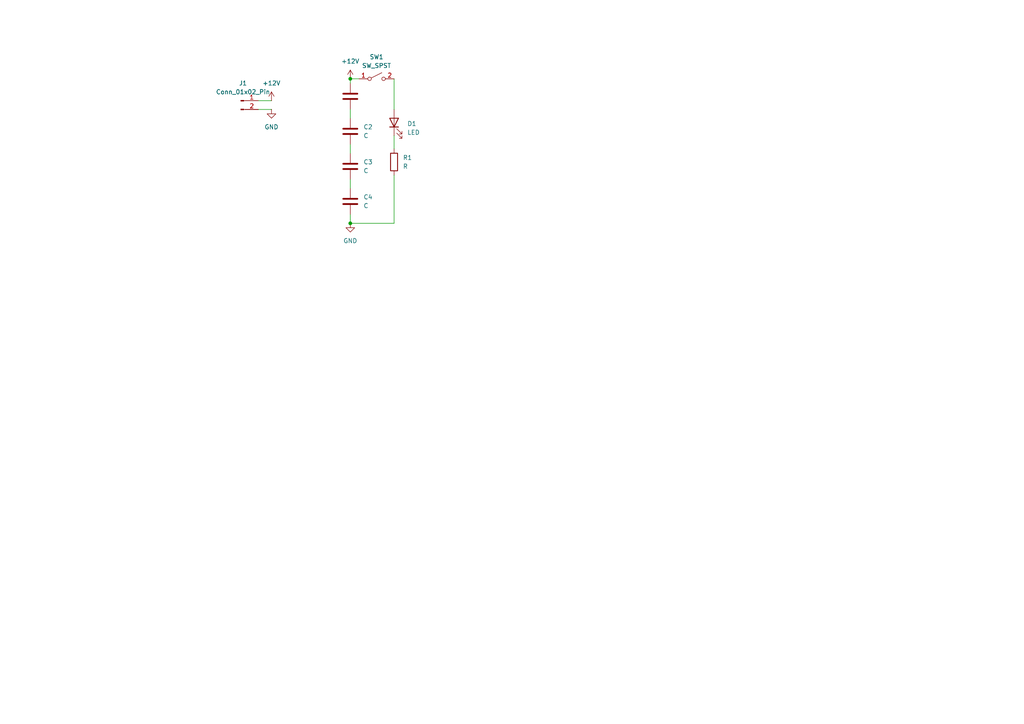
<source format=kicad_sch>
(kicad_sch (version 20250114) (generator "eeschema") (generator_version "9.0")
  (paper "A4")
  (lib_symbols
    (symbol "Connector:Conn_01x02_Pin" (pin_names (offset 1.016) (hide yes))
      (property "Reference" "J" (at 0 2.54 0))
      (property "Value" "Conn_01x02_Pin" (at 0 -5.08 0))
      (symbol "Conn_01x02_Pin_1_1"
        (rectangle (start 0.8636 0.127) (end 0 -0.127) (stroke (width 0.1524)) (fill (type outline)))
        (rectangle (start 0.8636 -2.413) (end 0 -2.667) (stroke (width 0.1524)) (fill (type outline)))
        (polyline (pts (xy 1.27 0) (xy 0.8636 0)) (stroke (width 0.1524)))
        (polyline (pts (xy 1.27 -2.54) (xy 0.8636 -2.54)) (stroke (width 0.1524)))
        (pin passive line (at 5.08 0 180) (length 3.81) (name "Pin_1") (number "1"))
        (pin passive line (at 5.08 -2.54 180) (length 3.81) (name "Pin_2") (number "2"))
      )
    )
    (symbol "Device:C" (pin_numbers (hide yes)) (pin_names (offset 0.254))
      (property "Reference" "C" (at 0.635 2.54 0))
      (property "Value" "C" (at 0.635 -2.54 0))
      (symbol "C_0_1"
        (polyline (pts (xy -2.032 0.762) (xy 2.032 0.762)) (stroke (width 0.508)))
        (polyline (pts (xy -2.032 -0.762) (xy 2.032 -0.762)) (stroke (width 0.508)))
      )
      (symbol "C_1_1"
        (pin passive line (at 0 3.81 270) (length 2.794) (name "~") (number "1"))
        (pin passive line (at 0 -3.81 90) (length 2.794) (name "~") (number "2"))
      )
    )
    (symbol "Device:LED" (pin_numbers (hide yes)) (pin_names (offset 1.016) (hide yes))
      (property "Reference" "D" (at 0 2.54 0))
      (property "Value" "LED" (at 0 -2.54 0))
      (symbol "LED_0_1"
        (polyline (pts (xy -3.048 -0.762) (xy -4.572 -2.286) (xy -3.81 -2.286) (xy -4.572 -2.286) (xy -4.572 -1.524)))
        (polyline (pts (xy -1.778 -0.762) (xy -3.302 -2.286) (xy -2.54 -2.286) (xy -3.302 -2.286) (xy -3.302 -1.524)))
        (polyline (pts (xy -1.27 0) (xy 1.27 0)))
        (polyline (pts (xy -1.27 -1.27) (xy -1.27 1.27)) (stroke (width 0.254)))
        (polyline (pts (xy 1.27 -1.27) (xy 1.27 1.27) (xy -1.27 0) (xy 1.27 -1.27)) (stroke (width 0.254)))
      )
      (symbol "LED_1_1"
        (pin passive line (at -3.81 0 0) (length 2.54) (name "K") (number "1"))
        (pin passive line (at 3.81 0 180) (length 2.54) (name "A") (number "2"))
      )
    )
    (symbol "Device:R" (pin_numbers (hide yes)) (pin_names (offset 0))
      (property "Reference" "R" (at 2.032 0 90))
      (property "Value" "R" (at 0 0 90))
      (symbol "R_0_1"
        (rectangle (start -1.016 -2.54) (end 1.016 2.54) (stroke (width 0.254)))
      )
      (symbol "R_1_1"
        (pin passive line (at 0 3.81 270) (length 1.27) (name "~") (number "1"))
        (pin passive line (at 0 -3.81 90) (length 1.27) (name "~") (number "2"))
      )
    )
    (symbol "Switch:SW_SPST" (pin_names (offset 0) (hide yes))
      (property "Reference" "SW" (at 0 3.175 0))
      (property "Value" "SW_SPST" (at 0 -2.54 0))
      (symbol "SW_SPST_0_0"
        (circle (center -2.032 0) (radius 0.508))
        (polyline (pts (xy -1.524 0.254) (xy 1.524 1.778)))
        (circle (center 2.032 0) (radius 0.508))
      )
      (symbol "SW_SPST_1_1"
        (pin passive line (at -5.08 0 0) (length 2.54) (name "A") (number "1"))
        (pin passive line (at 5.08 0 180) (length 2.54) (name "B") (number "2"))
      )
    )
    (symbol "power:+12V" (power) (pin_numbers (hide yes)) (pin_names (offset 0) (hide yes))
      (property "Value" "+12V" (at 0 3.556 0))
      (symbol "+12V_0_1"
        (polyline (pts (xy -0.762 1.27) (xy 0 2.54)))
        (polyline (pts (xy 0 2.54) (xy 0.762 1.27)))
        (polyline (pts (xy 0 0) (xy 0 2.54)))
      )
      (symbol "+12V_1_1"
        (pin power_in line (at 0 0 90) (length 0) (name "~") (number "1"))
      )
    )
    (symbol "power:GND" (power) (pin_numbers (hide yes)) (pin_names (offset 0) (hide yes))
      (property "Value" "GND" (at 0 -3.81 0))
      (symbol "GND_0_1"
        (polyline (pts (xy 0 0) (xy 0 -1.27) (xy 1.27 -1.27) (xy 0 -2.54) (xy -1.27 -1.27) (xy 0 -1.27)))
      )
      (symbol "GND_1_1"
        (pin power_in line (at 0 0 270) (length 0) (name "~") (number "1"))
      )
    )
  )
  (junction (at 101.6 22.86))
  (junction (at 101.6 64.77))
  (wire (pts (xy 101.6 22.86) (xy 104.14 22.86)))
  (wire (pts (xy 74.93 31.75) (xy 78.74 31.75)))
  (wire (pts (xy 114.3 39.37) (xy 114.3 43.18)))
  (wire (pts (xy 101.6 31.75) (xy 101.6 34.29)))
  (wire (pts (xy 114.3 22.86) (xy 114.3 31.75)))
  (wire (pts (xy 101.6 62.23) (xy 101.6 64.77)))
  (wire (pts (xy 101.6 22.86) (xy 101.6 24.13)))
  (wire (pts (xy 101.6 52.07) (xy 101.6 54.61)))
  (wire (pts (xy 101.6 41.91) (xy 101.6 44.45)))
  (wire (pts (xy 114.3 50.8) (xy 114.3 64.77)))
  (wire (pts (xy 74.93 29.21) (xy 78.74 29.21)))
  (wire (pts (xy 114.3 64.77) (xy 101.6 64.77)))
  (symbol (lib_id "power:GND") (at 101.6 64.77 0) (unit 1)
    (property "Reference" "#PWR04" (effects (hide yes)))
    (property "Value" "GND" (at 101.6 69.85 0))
    (property "Description" "Power symbol creates a global label with name \"GND\" , ground" (effects (hide yes)))
  )
  (symbol (lib_id "Device:C") (at 101.6 27.94 0) (unit 1)
    (property "Reference" "C1" (effects (hide yes)))
    (property "Value" "C" (effects (hide yes)))
    (property "Footprint" "Libraryy:SupeCapacitor Through Hole" (effects (hide yes)))
    (property "Description" "Unpolarized capacitor" (effects (hide yes)))
  )
  (symbol (lib_id "power:GND") (at 78.74 31.75 0) (unit 1)
    (property "Reference" "#PWR02" (effects (hide yes)))
    (property "Value" "GND" (at 78.74 36.83 0))
    (property "Description" "Power symbol creates a global label with name \"GND\" , ground" (effects (hide yes)))
  )
  (symbol (lib_id "power:+12V") (at 101.6 22.86 0) (unit 1)
    (property "Reference" "#PWR03" (effects (hide yes)))
    (property "Value" "+12V" (at 101.6 17.78 0))
    (property "Description" "Power symbol creates a global label with name \"+12V\"" (effects (hide yes)))
  )
  (symbol (lib_id "power:+12V") (at 78.74 29.21 0) (unit 1)
    (property "Reference" "#PWR01" (effects (hide yes)))
    (property "Value" "+12V" (at 78.74 24.13 0))
    (property "Description" "Power symbol creates a global label with name \"+12V\"" (effects (hide yes)))
  )
  (symbol (lib_id "Device:C") (at 101.6 48.26 0) (unit 1)
    (property "Reference" "C3" (at 105.41 46.9899 0) (effects (justify left)))
    (property "Value" "C" (at 105.41 49.5299 0) (effects (justify left)))
    (property "Footprint" "Libraryy:SupeCapacitor Through Hole" (effects (hide yes)))
    (property "Description" "Unpolarized capacitor" (effects (hide yes)))
  )
  (symbol (lib_id "Device:R") (at 114.3 46.99 0) (unit 1)
    (property "Reference" "R1" (at 116.84 45.7199 0) (effects (justify left)))
    (property "Value" "R" (at 116.84 48.2599 0) (effects (justify left)))
    (property "Footprint" "Libraryy:Through Hole Resistor" (effects (hide yes)))
    (property "Description" "Resistor" (effects (hide yes)))
  )
  (symbol (lib_id "Connector:Conn_01x02_Pin") (at 69.85 29.21 0) (unit 1)
    (property "Reference" "J1" (at 70.485 24.13 0))
    (property "Value" "Conn_01x02_Pin" (at 70.485 26.67 0))
    (property "Footprint" "Libraryy:XT30PW-F" (effects (hide yes)))
    (property "Description" "Generic connector, single row, 01x02, script generated" (effects (hide yes)))
  )
  (symbol (lib_id "Device:C") (at 101.6 38.1 0) (unit 1)
    (property "Reference" "C2" (at 105.41 36.8299 0) (effects (justify left)))
    (property "Value" "C" (at 105.41 39.3699 0) (effects (justify left)))
    (property "Footprint" "Libraryy:SupeCapacitor Through Hole" (effects (hide yes)))
    (property "Description" "Unpolarized capacitor" (effects (hide yes)))
  )
  (symbol (lib_id "Device:C") (at 101.6 58.42 0) (unit 1)
    (property "Reference" "C4" (at 105.41 57.1499 0) (effects (justify left)))
    (property "Value" "C" (at 105.41 59.6899 0) (effects (justify left)))
    (property "Footprint" "Libraryy:SupeCapacitor Through Hole" (effects (hide yes)))
    (property "Description" "Unpolarized capacitor" (effects (hide yes)))
  )
  (symbol (lib_id "Device:LED") (at 114.3 35.56 90) (unit 1)
    (property "Reference" "D1" (at 118.11 35.8774 90) (effects (justify right)))
    (property "Value" "LED" (at 118.11 38.4174 90) (effects (justify right)))
    (property "Footprint" "Libraryy:LED Through Hole" (effects (hide yes)))
    (property "Description" "Light emitting diode" (effects (hide yes)))
    (property "Sim.Pins" "1=K 2=A" (effects (hide yes)))
  )
  (symbol (lib_id "Switch:SW_SPST") (at 109.22 22.86 0) (unit 1)
    (property "Reference" "SW1" (at 109.22 16.51 0))
    (property "Value" "SW_SPST" (at 109.22 19.05 0))
    (property "Footprint" "Libraryy:SPST Through Hole Switch" (effects (hide yes)))
    (property "Description" "Single Pole Single Throw (SPST) switch" (effects (hide yes)))
  )
)
</source>
